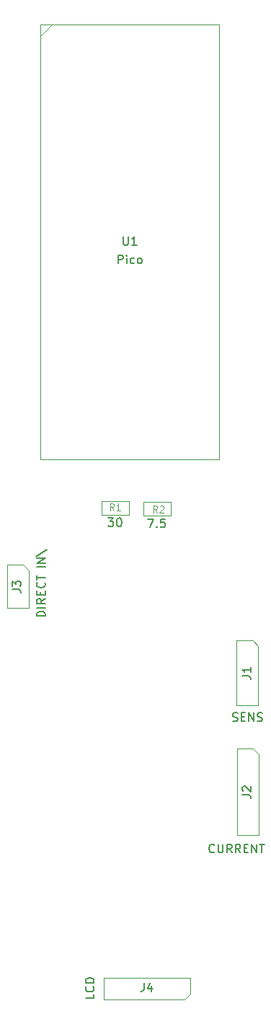
<source format=gbr>
%TF.GenerationSoftware,KiCad,Pcbnew,(7.0.0)*%
%TF.CreationDate,2023-05-30T18:27:12+05:30*%
%TF.ProjectId,voltmeter-pcb,766f6c74-6d65-4746-9572-2d7063622e6b,rev?*%
%TF.SameCoordinates,Original*%
%TF.FileFunction,AssemblyDrawing,Top*%
%FSLAX46Y46*%
G04 Gerber Fmt 4.6, Leading zero omitted, Abs format (unit mm)*
G04 Created by KiCad (PCBNEW (7.0.0)) date 2023-05-30 18:27:12*
%MOMM*%
%LPD*%
G01*
G04 APERTURE LIST*
%ADD10C,0.150000*%
%ADD11C,0.120000*%
%ADD12C,0.100000*%
G04 APERTURE END LIST*
D10*
%TO.C,J1*%
X154284405Y-126889761D02*
X154427262Y-126937380D01*
X154427262Y-126937380D02*
X154665357Y-126937380D01*
X154665357Y-126937380D02*
X154760595Y-126889761D01*
X154760595Y-126889761D02*
X154808214Y-126842142D01*
X154808214Y-126842142D02*
X154855833Y-126746904D01*
X154855833Y-126746904D02*
X154855833Y-126651666D01*
X154855833Y-126651666D02*
X154808214Y-126556428D01*
X154808214Y-126556428D02*
X154760595Y-126508809D01*
X154760595Y-126508809D02*
X154665357Y-126461190D01*
X154665357Y-126461190D02*
X154474881Y-126413571D01*
X154474881Y-126413571D02*
X154379643Y-126365952D01*
X154379643Y-126365952D02*
X154332024Y-126318333D01*
X154332024Y-126318333D02*
X154284405Y-126223095D01*
X154284405Y-126223095D02*
X154284405Y-126127857D01*
X154284405Y-126127857D02*
X154332024Y-126032619D01*
X154332024Y-126032619D02*
X154379643Y-125985000D01*
X154379643Y-125985000D02*
X154474881Y-125937380D01*
X154474881Y-125937380D02*
X154712976Y-125937380D01*
X154712976Y-125937380D02*
X154855833Y-125985000D01*
X155284405Y-126413571D02*
X155617738Y-126413571D01*
X155760595Y-126937380D02*
X155284405Y-126937380D01*
X155284405Y-126937380D02*
X155284405Y-125937380D01*
X155284405Y-125937380D02*
X155760595Y-125937380D01*
X156189167Y-126937380D02*
X156189167Y-125937380D01*
X156189167Y-125937380D02*
X156760595Y-126937380D01*
X156760595Y-126937380D02*
X156760595Y-125937380D01*
X157189167Y-126889761D02*
X157332024Y-126937380D01*
X157332024Y-126937380D02*
X157570119Y-126937380D01*
X157570119Y-126937380D02*
X157665357Y-126889761D01*
X157665357Y-126889761D02*
X157712976Y-126842142D01*
X157712976Y-126842142D02*
X157760595Y-126746904D01*
X157760595Y-126746904D02*
X157760595Y-126651666D01*
X157760595Y-126651666D02*
X157712976Y-126556428D01*
X157712976Y-126556428D02*
X157665357Y-126508809D01*
X157665357Y-126508809D02*
X157570119Y-126461190D01*
X157570119Y-126461190D02*
X157379643Y-126413571D01*
X157379643Y-126413571D02*
X157284405Y-126365952D01*
X157284405Y-126365952D02*
X157236786Y-126318333D01*
X157236786Y-126318333D02*
X157189167Y-126223095D01*
X157189167Y-126223095D02*
X157189167Y-126127857D01*
X157189167Y-126127857D02*
X157236786Y-126032619D01*
X157236786Y-126032619D02*
X157284405Y-125985000D01*
X157284405Y-125985000D02*
X157379643Y-125937380D01*
X157379643Y-125937380D02*
X157617738Y-125937380D01*
X157617738Y-125937380D02*
X157760595Y-125985000D01*
X155389880Y-121593333D02*
X156104166Y-121593333D01*
X156104166Y-121593333D02*
X156247023Y-121640952D01*
X156247023Y-121640952D02*
X156342261Y-121736190D01*
X156342261Y-121736190D02*
X156389880Y-121879047D01*
X156389880Y-121879047D02*
X156389880Y-121974285D01*
X156389880Y-120593333D02*
X156389880Y-121164761D01*
X156389880Y-120879047D02*
X155389880Y-120879047D01*
X155389880Y-120879047D02*
X155532738Y-120974285D01*
X155532738Y-120974285D02*
X155627976Y-121069523D01*
X155627976Y-121069523D02*
X155675595Y-121164761D01*
%TO.C,J2*%
X152131071Y-142262142D02*
X152083452Y-142309761D01*
X152083452Y-142309761D02*
X151940595Y-142357380D01*
X151940595Y-142357380D02*
X151845357Y-142357380D01*
X151845357Y-142357380D02*
X151702500Y-142309761D01*
X151702500Y-142309761D02*
X151607262Y-142214523D01*
X151607262Y-142214523D02*
X151559643Y-142119285D01*
X151559643Y-142119285D02*
X151512024Y-141928809D01*
X151512024Y-141928809D02*
X151512024Y-141785952D01*
X151512024Y-141785952D02*
X151559643Y-141595476D01*
X151559643Y-141595476D02*
X151607262Y-141500238D01*
X151607262Y-141500238D02*
X151702500Y-141405000D01*
X151702500Y-141405000D02*
X151845357Y-141357380D01*
X151845357Y-141357380D02*
X151940595Y-141357380D01*
X151940595Y-141357380D02*
X152083452Y-141405000D01*
X152083452Y-141405000D02*
X152131071Y-141452619D01*
X152559643Y-141357380D02*
X152559643Y-142166904D01*
X152559643Y-142166904D02*
X152607262Y-142262142D01*
X152607262Y-142262142D02*
X152654881Y-142309761D01*
X152654881Y-142309761D02*
X152750119Y-142357380D01*
X152750119Y-142357380D02*
X152940595Y-142357380D01*
X152940595Y-142357380D02*
X153035833Y-142309761D01*
X153035833Y-142309761D02*
X153083452Y-142262142D01*
X153083452Y-142262142D02*
X153131071Y-142166904D01*
X153131071Y-142166904D02*
X153131071Y-141357380D01*
X154178690Y-142357380D02*
X153845357Y-141881190D01*
X153607262Y-142357380D02*
X153607262Y-141357380D01*
X153607262Y-141357380D02*
X153988214Y-141357380D01*
X153988214Y-141357380D02*
X154083452Y-141405000D01*
X154083452Y-141405000D02*
X154131071Y-141452619D01*
X154131071Y-141452619D02*
X154178690Y-141547857D01*
X154178690Y-141547857D02*
X154178690Y-141690714D01*
X154178690Y-141690714D02*
X154131071Y-141785952D01*
X154131071Y-141785952D02*
X154083452Y-141833571D01*
X154083452Y-141833571D02*
X153988214Y-141881190D01*
X153988214Y-141881190D02*
X153607262Y-141881190D01*
X155178690Y-142357380D02*
X154845357Y-141881190D01*
X154607262Y-142357380D02*
X154607262Y-141357380D01*
X154607262Y-141357380D02*
X154988214Y-141357380D01*
X154988214Y-141357380D02*
X155083452Y-141405000D01*
X155083452Y-141405000D02*
X155131071Y-141452619D01*
X155131071Y-141452619D02*
X155178690Y-141547857D01*
X155178690Y-141547857D02*
X155178690Y-141690714D01*
X155178690Y-141690714D02*
X155131071Y-141785952D01*
X155131071Y-141785952D02*
X155083452Y-141833571D01*
X155083452Y-141833571D02*
X154988214Y-141881190D01*
X154988214Y-141881190D02*
X154607262Y-141881190D01*
X155607262Y-141833571D02*
X155940595Y-141833571D01*
X156083452Y-142357380D02*
X155607262Y-142357380D01*
X155607262Y-142357380D02*
X155607262Y-141357380D01*
X155607262Y-141357380D02*
X156083452Y-141357380D01*
X156512024Y-142357380D02*
X156512024Y-141357380D01*
X156512024Y-141357380D02*
X157083452Y-142357380D01*
X157083452Y-142357380D02*
X157083452Y-141357380D01*
X157416786Y-141357380D02*
X157988214Y-141357380D01*
X157702500Y-142357380D02*
X157702500Y-141357380D01*
X155414880Y-135553333D02*
X156129166Y-135553333D01*
X156129166Y-135553333D02*
X156272023Y-135600952D01*
X156272023Y-135600952D02*
X156367261Y-135696190D01*
X156367261Y-135696190D02*
X156414880Y-135839047D01*
X156414880Y-135839047D02*
X156414880Y-135934285D01*
X155510119Y-135124761D02*
X155462500Y-135077142D01*
X155462500Y-135077142D02*
X155414880Y-134981904D01*
X155414880Y-134981904D02*
X155414880Y-134743809D01*
X155414880Y-134743809D02*
X155462500Y-134648571D01*
X155462500Y-134648571D02*
X155510119Y-134600952D01*
X155510119Y-134600952D02*
X155605357Y-134553333D01*
X155605357Y-134553333D02*
X155700595Y-134553333D01*
X155700595Y-134553333D02*
X155843452Y-134600952D01*
X155843452Y-134600952D02*
X156414880Y-135172380D01*
X156414880Y-135172380D02*
X156414880Y-134553333D01*
%TO.C,U1*%
X140816548Y-73186380D02*
X140816548Y-72186380D01*
X140816548Y-72186380D02*
X141197500Y-72186380D01*
X141197500Y-72186380D02*
X141292738Y-72234000D01*
X141292738Y-72234000D02*
X141340357Y-72281619D01*
X141340357Y-72281619D02*
X141387976Y-72376857D01*
X141387976Y-72376857D02*
X141387976Y-72519714D01*
X141387976Y-72519714D02*
X141340357Y-72614952D01*
X141340357Y-72614952D02*
X141292738Y-72662571D01*
X141292738Y-72662571D02*
X141197500Y-72710190D01*
X141197500Y-72710190D02*
X140816548Y-72710190D01*
X141816548Y-73186380D02*
X141816548Y-72519714D01*
X141816548Y-72186380D02*
X141768929Y-72234000D01*
X141768929Y-72234000D02*
X141816548Y-72281619D01*
X141816548Y-72281619D02*
X141864167Y-72234000D01*
X141864167Y-72234000D02*
X141816548Y-72186380D01*
X141816548Y-72186380D02*
X141816548Y-72281619D01*
X142721309Y-73138761D02*
X142626071Y-73186380D01*
X142626071Y-73186380D02*
X142435595Y-73186380D01*
X142435595Y-73186380D02*
X142340357Y-73138761D01*
X142340357Y-73138761D02*
X142292738Y-73091142D01*
X142292738Y-73091142D02*
X142245119Y-72995904D01*
X142245119Y-72995904D02*
X142245119Y-72710190D01*
X142245119Y-72710190D02*
X142292738Y-72614952D01*
X142292738Y-72614952D02*
X142340357Y-72567333D01*
X142340357Y-72567333D02*
X142435595Y-72519714D01*
X142435595Y-72519714D02*
X142626071Y-72519714D01*
X142626071Y-72519714D02*
X142721309Y-72567333D01*
X143292738Y-73186380D02*
X143197500Y-73138761D01*
X143197500Y-73138761D02*
X143149881Y-73091142D01*
X143149881Y-73091142D02*
X143102262Y-72995904D01*
X143102262Y-72995904D02*
X143102262Y-72710190D01*
X143102262Y-72710190D02*
X143149881Y-72614952D01*
X143149881Y-72614952D02*
X143197500Y-72567333D01*
X143197500Y-72567333D02*
X143292738Y-72519714D01*
X143292738Y-72519714D02*
X143435595Y-72519714D01*
X143435595Y-72519714D02*
X143530833Y-72567333D01*
X143530833Y-72567333D02*
X143578452Y-72614952D01*
X143578452Y-72614952D02*
X143626071Y-72710190D01*
X143626071Y-72710190D02*
X143626071Y-72995904D01*
X143626071Y-72995904D02*
X143578452Y-73091142D01*
X143578452Y-73091142D02*
X143530833Y-73138761D01*
X143530833Y-73138761D02*
X143435595Y-73186380D01*
X143435595Y-73186380D02*
X143292738Y-73186380D01*
X141435595Y-70027380D02*
X141435595Y-70836904D01*
X141435595Y-70836904D02*
X141483214Y-70932142D01*
X141483214Y-70932142D02*
X141530833Y-70979761D01*
X141530833Y-70979761D02*
X141626071Y-71027380D01*
X141626071Y-71027380D02*
X141816547Y-71027380D01*
X141816547Y-71027380D02*
X141911785Y-70979761D01*
X141911785Y-70979761D02*
X141959404Y-70932142D01*
X141959404Y-70932142D02*
X142007023Y-70836904D01*
X142007023Y-70836904D02*
X142007023Y-70027380D01*
X143007023Y-71027380D02*
X142435595Y-71027380D01*
X142721309Y-71027380D02*
X142721309Y-70027380D01*
X142721309Y-70027380D02*
X142626071Y-70170238D01*
X142626071Y-70170238D02*
X142530833Y-70265476D01*
X142530833Y-70265476D02*
X142435595Y-70313095D01*
%TO.C,R1*%
X139652976Y-103067380D02*
X140272023Y-103067380D01*
X140272023Y-103067380D02*
X139938690Y-103448333D01*
X139938690Y-103448333D02*
X140081547Y-103448333D01*
X140081547Y-103448333D02*
X140176785Y-103495952D01*
X140176785Y-103495952D02*
X140224404Y-103543571D01*
X140224404Y-103543571D02*
X140272023Y-103638809D01*
X140272023Y-103638809D02*
X140272023Y-103876904D01*
X140272023Y-103876904D02*
X140224404Y-103972142D01*
X140224404Y-103972142D02*
X140176785Y-104019761D01*
X140176785Y-104019761D02*
X140081547Y-104067380D01*
X140081547Y-104067380D02*
X139795833Y-104067380D01*
X139795833Y-104067380D02*
X139700595Y-104019761D01*
X139700595Y-104019761D02*
X139652976Y-103972142D01*
X140891071Y-103067380D02*
X140986309Y-103067380D01*
X140986309Y-103067380D02*
X141081547Y-103115000D01*
X141081547Y-103115000D02*
X141129166Y-103162619D01*
X141129166Y-103162619D02*
X141176785Y-103257857D01*
X141176785Y-103257857D02*
X141224404Y-103448333D01*
X141224404Y-103448333D02*
X141224404Y-103686428D01*
X141224404Y-103686428D02*
X141176785Y-103876904D01*
X141176785Y-103876904D02*
X141129166Y-103972142D01*
X141129166Y-103972142D02*
X141081547Y-104019761D01*
X141081547Y-104019761D02*
X140986309Y-104067380D01*
X140986309Y-104067380D02*
X140891071Y-104067380D01*
X140891071Y-104067380D02*
X140795833Y-104019761D01*
X140795833Y-104019761D02*
X140748214Y-103972142D01*
X140748214Y-103972142D02*
X140700595Y-103876904D01*
X140700595Y-103876904D02*
X140652976Y-103686428D01*
X140652976Y-103686428D02*
X140652976Y-103448333D01*
X140652976Y-103448333D02*
X140700595Y-103257857D01*
X140700595Y-103257857D02*
X140748214Y-103162619D01*
X140748214Y-103162619D02*
X140795833Y-103115000D01*
X140795833Y-103115000D02*
X140891071Y-103067380D01*
D11*
X140329167Y-102173904D02*
X140062500Y-101792952D01*
X139872024Y-102173904D02*
X139872024Y-101373904D01*
X139872024Y-101373904D02*
X140176786Y-101373904D01*
X140176786Y-101373904D02*
X140252976Y-101412000D01*
X140252976Y-101412000D02*
X140291071Y-101450095D01*
X140291071Y-101450095D02*
X140329167Y-101526285D01*
X140329167Y-101526285D02*
X140329167Y-101640571D01*
X140329167Y-101640571D02*
X140291071Y-101716761D01*
X140291071Y-101716761D02*
X140252976Y-101754857D01*
X140252976Y-101754857D02*
X140176786Y-101792952D01*
X140176786Y-101792952D02*
X139872024Y-101792952D01*
X141091071Y-102173904D02*
X140633928Y-102173904D01*
X140862500Y-102173904D02*
X140862500Y-101373904D01*
X140862500Y-101373904D02*
X140786309Y-101488190D01*
X140786309Y-101488190D02*
X140710119Y-101564380D01*
X140710119Y-101564380D02*
X140633928Y-101602476D01*
D10*
%TO.C,J4*%
X137979880Y-158980476D02*
X137979880Y-159456666D01*
X137979880Y-159456666D02*
X136979880Y-159456666D01*
X137884642Y-158075714D02*
X137932261Y-158123333D01*
X137932261Y-158123333D02*
X137979880Y-158266190D01*
X137979880Y-158266190D02*
X137979880Y-158361428D01*
X137979880Y-158361428D02*
X137932261Y-158504285D01*
X137932261Y-158504285D02*
X137837023Y-158599523D01*
X137837023Y-158599523D02*
X137741785Y-158647142D01*
X137741785Y-158647142D02*
X137551309Y-158694761D01*
X137551309Y-158694761D02*
X137408452Y-158694761D01*
X137408452Y-158694761D02*
X137217976Y-158647142D01*
X137217976Y-158647142D02*
X137122738Y-158599523D01*
X137122738Y-158599523D02*
X137027500Y-158504285D01*
X137027500Y-158504285D02*
X136979880Y-158361428D01*
X136979880Y-158361428D02*
X136979880Y-158266190D01*
X136979880Y-158266190D02*
X137027500Y-158123333D01*
X137027500Y-158123333D02*
X137075119Y-158075714D01*
X137979880Y-157647142D02*
X136979880Y-157647142D01*
X136979880Y-157647142D02*
X136979880Y-157409047D01*
X136979880Y-157409047D02*
X137027500Y-157266190D01*
X137027500Y-157266190D02*
X137122738Y-157170952D01*
X137122738Y-157170952D02*
X137217976Y-157123333D01*
X137217976Y-157123333D02*
X137408452Y-157075714D01*
X137408452Y-157075714D02*
X137551309Y-157075714D01*
X137551309Y-157075714D02*
X137741785Y-157123333D01*
X137741785Y-157123333D02*
X137837023Y-157170952D01*
X137837023Y-157170952D02*
X137932261Y-157266190D01*
X137932261Y-157266190D02*
X137979880Y-157409047D01*
X137979880Y-157409047D02*
X137979880Y-157647142D01*
X143859166Y-157657380D02*
X143859166Y-158371666D01*
X143859166Y-158371666D02*
X143811547Y-158514523D01*
X143811547Y-158514523D02*
X143716309Y-158609761D01*
X143716309Y-158609761D02*
X143573452Y-158657380D01*
X143573452Y-158657380D02*
X143478214Y-158657380D01*
X144763928Y-157990714D02*
X144763928Y-158657380D01*
X144525833Y-157609761D02*
X144287738Y-158324047D01*
X144287738Y-158324047D02*
X144906785Y-158324047D01*
%TO.C,R2*%
X144324881Y-103177380D02*
X144991547Y-103177380D01*
X144991547Y-103177380D02*
X144562976Y-104177380D01*
X145372500Y-104082142D02*
X145420119Y-104129761D01*
X145420119Y-104129761D02*
X145372500Y-104177380D01*
X145372500Y-104177380D02*
X145324881Y-104129761D01*
X145324881Y-104129761D02*
X145372500Y-104082142D01*
X145372500Y-104082142D02*
X145372500Y-104177380D01*
X146324880Y-103177380D02*
X145848690Y-103177380D01*
X145848690Y-103177380D02*
X145801071Y-103653571D01*
X145801071Y-103653571D02*
X145848690Y-103605952D01*
X145848690Y-103605952D02*
X145943928Y-103558333D01*
X145943928Y-103558333D02*
X146182023Y-103558333D01*
X146182023Y-103558333D02*
X146277261Y-103605952D01*
X146277261Y-103605952D02*
X146324880Y-103653571D01*
X146324880Y-103653571D02*
X146372499Y-103748809D01*
X146372499Y-103748809D02*
X146372499Y-103986904D01*
X146372499Y-103986904D02*
X146324880Y-104082142D01*
X146324880Y-104082142D02*
X146277261Y-104129761D01*
X146277261Y-104129761D02*
X146182023Y-104177380D01*
X146182023Y-104177380D02*
X145943928Y-104177380D01*
X145943928Y-104177380D02*
X145848690Y-104129761D01*
X145848690Y-104129761D02*
X145801071Y-104082142D01*
D11*
X145419167Y-102413904D02*
X145152500Y-102032952D01*
X144962024Y-102413904D02*
X144962024Y-101613904D01*
X144962024Y-101613904D02*
X145266786Y-101613904D01*
X145266786Y-101613904D02*
X145342976Y-101652000D01*
X145342976Y-101652000D02*
X145381071Y-101690095D01*
X145381071Y-101690095D02*
X145419167Y-101766285D01*
X145419167Y-101766285D02*
X145419167Y-101880571D01*
X145419167Y-101880571D02*
X145381071Y-101956761D01*
X145381071Y-101956761D02*
X145342976Y-101994857D01*
X145342976Y-101994857D02*
X145266786Y-102032952D01*
X145266786Y-102032952D02*
X144962024Y-102032952D01*
X145723928Y-101690095D02*
X145762024Y-101652000D01*
X145762024Y-101652000D02*
X145838214Y-101613904D01*
X145838214Y-101613904D02*
X146028690Y-101613904D01*
X146028690Y-101613904D02*
X146104881Y-101652000D01*
X146104881Y-101652000D02*
X146142976Y-101690095D01*
X146142976Y-101690095D02*
X146181071Y-101766285D01*
X146181071Y-101766285D02*
X146181071Y-101842476D01*
X146181071Y-101842476D02*
X146142976Y-101956761D01*
X146142976Y-101956761D02*
X145685833Y-102413904D01*
X145685833Y-102413904D02*
X146181071Y-102413904D01*
D10*
%TO.C,J3*%
X132249880Y-114578570D02*
X131249880Y-114578570D01*
X131249880Y-114578570D02*
X131249880Y-114340475D01*
X131249880Y-114340475D02*
X131297500Y-114197618D01*
X131297500Y-114197618D02*
X131392738Y-114102380D01*
X131392738Y-114102380D02*
X131487976Y-114054761D01*
X131487976Y-114054761D02*
X131678452Y-114007142D01*
X131678452Y-114007142D02*
X131821309Y-114007142D01*
X131821309Y-114007142D02*
X132011785Y-114054761D01*
X132011785Y-114054761D02*
X132107023Y-114102380D01*
X132107023Y-114102380D02*
X132202261Y-114197618D01*
X132202261Y-114197618D02*
X132249880Y-114340475D01*
X132249880Y-114340475D02*
X132249880Y-114578570D01*
X132249880Y-113578570D02*
X131249880Y-113578570D01*
X132249880Y-112530952D02*
X131773690Y-112864285D01*
X132249880Y-113102380D02*
X131249880Y-113102380D01*
X131249880Y-113102380D02*
X131249880Y-112721428D01*
X131249880Y-112721428D02*
X131297500Y-112626190D01*
X131297500Y-112626190D02*
X131345119Y-112578571D01*
X131345119Y-112578571D02*
X131440357Y-112530952D01*
X131440357Y-112530952D02*
X131583214Y-112530952D01*
X131583214Y-112530952D02*
X131678452Y-112578571D01*
X131678452Y-112578571D02*
X131726071Y-112626190D01*
X131726071Y-112626190D02*
X131773690Y-112721428D01*
X131773690Y-112721428D02*
X131773690Y-113102380D01*
X131726071Y-112102380D02*
X131726071Y-111769047D01*
X132249880Y-111626190D02*
X132249880Y-112102380D01*
X132249880Y-112102380D02*
X131249880Y-112102380D01*
X131249880Y-112102380D02*
X131249880Y-111626190D01*
X132154642Y-110626190D02*
X132202261Y-110673809D01*
X132202261Y-110673809D02*
X132249880Y-110816666D01*
X132249880Y-110816666D02*
X132249880Y-110911904D01*
X132249880Y-110911904D02*
X132202261Y-111054761D01*
X132202261Y-111054761D02*
X132107023Y-111149999D01*
X132107023Y-111149999D02*
X132011785Y-111197618D01*
X132011785Y-111197618D02*
X131821309Y-111245237D01*
X131821309Y-111245237D02*
X131678452Y-111245237D01*
X131678452Y-111245237D02*
X131487976Y-111197618D01*
X131487976Y-111197618D02*
X131392738Y-111149999D01*
X131392738Y-111149999D02*
X131297500Y-111054761D01*
X131297500Y-111054761D02*
X131249880Y-110911904D01*
X131249880Y-110911904D02*
X131249880Y-110816666D01*
X131249880Y-110816666D02*
X131297500Y-110673809D01*
X131297500Y-110673809D02*
X131345119Y-110626190D01*
X131249880Y-110340475D02*
X131249880Y-109769047D01*
X132249880Y-110054761D02*
X131249880Y-110054761D01*
X132249880Y-108835713D02*
X131249880Y-108835713D01*
X132249880Y-108359523D02*
X131249880Y-108359523D01*
X131249880Y-108359523D02*
X132249880Y-107788095D01*
X132249880Y-107788095D02*
X131249880Y-107788095D01*
X131154642Y-107645238D02*
X132440357Y-106788095D01*
X128389880Y-111453333D02*
X129104166Y-111453333D01*
X129104166Y-111453333D02*
X129247023Y-111500952D01*
X129247023Y-111500952D02*
X129342261Y-111596190D01*
X129342261Y-111596190D02*
X129389880Y-111739047D01*
X129389880Y-111739047D02*
X129389880Y-111834285D01*
X128389880Y-111072380D02*
X128389880Y-110453333D01*
X128389880Y-110453333D02*
X128770833Y-110786666D01*
X128770833Y-110786666D02*
X128770833Y-110643809D01*
X128770833Y-110643809D02*
X128818452Y-110548571D01*
X128818452Y-110548571D02*
X128866071Y-110500952D01*
X128866071Y-110500952D02*
X128961309Y-110453333D01*
X128961309Y-110453333D02*
X129199404Y-110453333D01*
X129199404Y-110453333D02*
X129294642Y-110500952D01*
X129294642Y-110500952D02*
X129342261Y-110548571D01*
X129342261Y-110548571D02*
X129389880Y-110643809D01*
X129389880Y-110643809D02*
X129389880Y-110929523D01*
X129389880Y-110929523D02*
X129342261Y-111024761D01*
X129342261Y-111024761D02*
X129294642Y-111072380D01*
D12*
%TO.C,J1*%
X154752500Y-117450000D02*
X156657500Y-117450000D01*
X154752500Y-125070000D02*
X154752500Y-117450000D01*
X156657500Y-117450000D02*
X157292500Y-118085000D01*
X157292500Y-118085000D02*
X157292500Y-125070000D01*
X157292500Y-125070000D02*
X154752500Y-125070000D01*
%TO.C,J2*%
X154777500Y-130140000D02*
X156682500Y-130140000D01*
X154777500Y-140300000D02*
X154777500Y-130140000D01*
X156682500Y-130140000D02*
X157317500Y-130775000D01*
X157317500Y-130775000D02*
X157317500Y-140300000D01*
X157317500Y-140300000D02*
X154777500Y-140300000D01*
D11*
%TO.C,U1*%
X131697500Y-45160000D02*
X152697500Y-45160000D01*
X131697500Y-46460000D02*
X132997500Y-45160000D01*
X131697500Y-96160000D02*
X131697500Y-45160000D01*
X152697500Y-45160000D02*
X152697500Y-96160000D01*
X152697500Y-96160000D02*
X131697500Y-96160000D01*
D12*
%TO.C,R1*%
X138862500Y-101080000D02*
X142062500Y-101080000D01*
X138862500Y-102680000D02*
X138862500Y-101080000D01*
X142062500Y-101080000D02*
X142062500Y-102680000D01*
X142062500Y-102680000D02*
X138862500Y-102680000D01*
%TO.C,J4*%
X149272500Y-157020000D02*
X149272500Y-158925000D01*
X139112500Y-157020000D02*
X149272500Y-157020000D01*
X149272500Y-158925000D02*
X148637500Y-159560000D01*
X148637500Y-159560000D02*
X139112500Y-159560000D01*
X139112500Y-159560000D02*
X139112500Y-157020000D01*
%TO.C,R2*%
X143772500Y-101190000D02*
X146972500Y-101190000D01*
X143772500Y-102790000D02*
X143772500Y-101190000D01*
X146972500Y-101190000D02*
X146972500Y-102790000D01*
X146972500Y-102790000D02*
X143772500Y-102790000D01*
%TO.C,J3*%
X127752500Y-108580000D02*
X129657500Y-108580000D01*
X127752500Y-113660000D02*
X127752500Y-108580000D01*
X129657500Y-108580000D02*
X130292500Y-109215000D01*
X130292500Y-109215000D02*
X130292500Y-113660000D01*
X130292500Y-113660000D02*
X127752500Y-113660000D01*
%TD*%
M02*

</source>
